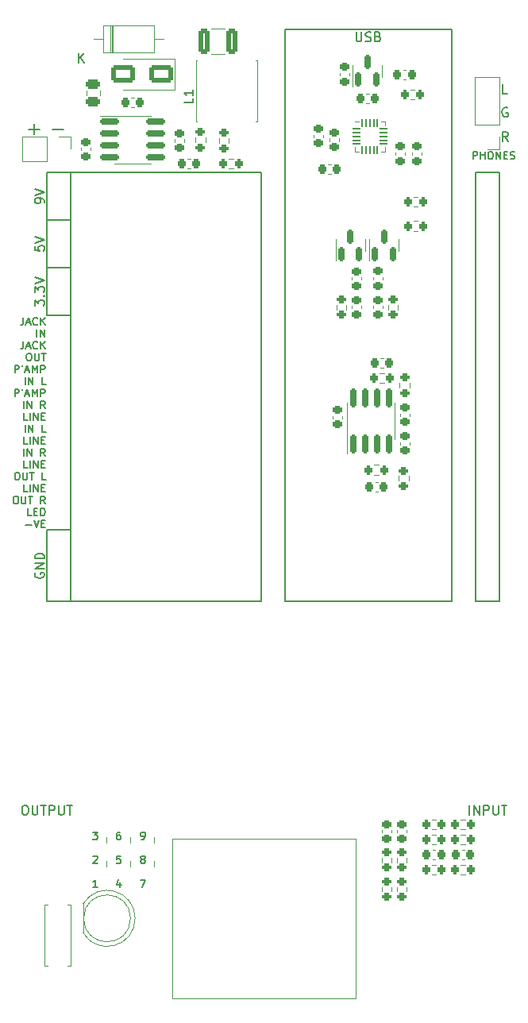
<source format=gbr>
%TF.GenerationSoftware,KiCad,Pcbnew,7.0.2*%
%TF.CreationDate,2025-02-17T11:53:52+00:00*%
%TF.ProjectId,stomp_00,73746f6d-705f-4303-902e-6b696361645f,rev?*%
%TF.SameCoordinates,Original*%
%TF.FileFunction,Legend,Top*%
%TF.FilePolarity,Positive*%
%FSLAX46Y46*%
G04 Gerber Fmt 4.6, Leading zero omitted, Abs format (unit mm)*
G04 Created by KiCad (PCBNEW 7.0.2) date 2025-02-17 11:53:52*
%MOMM*%
%LPD*%
G01*
G04 APERTURE LIST*
G04 Aperture macros list*
%AMRoundRect*
0 Rectangle with rounded corners*
0 $1 Rounding radius*
0 $2 $3 $4 $5 $6 $7 $8 $9 X,Y pos of 4 corners*
0 Add a 4 corners polygon primitive as box body*
4,1,4,$2,$3,$4,$5,$6,$7,$8,$9,$2,$3,0*
0 Add four circle primitives for the rounded corners*
1,1,$1+$1,$2,$3*
1,1,$1+$1,$4,$5*
1,1,$1+$1,$6,$7*
1,1,$1+$1,$8,$9*
0 Add four rect primitives between the rounded corners*
20,1,$1+$1,$2,$3,$4,$5,0*
20,1,$1+$1,$4,$5,$6,$7,0*
20,1,$1+$1,$6,$7,$8,$9,0*
20,1,$1+$1,$8,$9,$2,$3,0*%
G04 Aperture macros list end*
%ADD10C,0.150000*%
%ADD11C,0.120000*%
%ADD12R,5.700000X1.700000*%
%ADD13RoundRect,0.225000X-0.225000X-0.250000X0.225000X-0.250000X0.225000X0.250000X-0.225000X0.250000X0*%
%ADD14RoundRect,0.200000X0.200000X0.275000X-0.200000X0.275000X-0.200000X-0.275000X0.200000X-0.275000X0*%
%ADD15RoundRect,0.200000X-0.275000X0.200000X-0.275000X-0.200000X0.275000X-0.200000X0.275000X0.200000X0*%
%ADD16RoundRect,0.200000X0.275000X-0.200000X0.275000X0.200000X-0.275000X0.200000X-0.275000X-0.200000X0*%
%ADD17C,3.000000*%
%ADD18C,1.700000*%
%ADD19O,1.700000X1.700000*%
%ADD20RoundRect,0.225000X0.225000X0.250000X-0.225000X0.250000X-0.225000X-0.250000X0.225000X-0.250000X0*%
%ADD21RoundRect,0.250000X1.000000X0.650000X-1.000000X0.650000X-1.000000X-0.650000X1.000000X-0.650000X0*%
%ADD22C,1.600000*%
%ADD23O,1.600000X1.600000*%
%ADD24RoundRect,0.150000X0.150000X-0.825000X0.150000X0.825000X-0.150000X0.825000X-0.150000X-0.825000X0*%
%ADD25RoundRect,0.050000X-0.375000X-0.050000X0.375000X-0.050000X0.375000X0.050000X-0.375000X0.050000X0*%
%ADD26RoundRect,0.050000X-0.050000X-0.375000X0.050000X-0.375000X0.050000X0.375000X-0.050000X0.375000X0*%
%ADD27R,1.650000X1.650000*%
%ADD28RoundRect,0.200000X-0.200000X-0.275000X0.200000X-0.275000X0.200000X0.275000X-0.200000X0.275000X0*%
%ADD29RoundRect,0.218750X0.218750X0.256250X-0.218750X0.256250X-0.218750X-0.256250X0.218750X-0.256250X0*%
%ADD30RoundRect,0.150000X-0.825000X-0.150000X0.825000X-0.150000X0.825000X0.150000X-0.825000X0.150000X0*%
%ADD31R,1.700000X1.700000*%
%ADD32RoundRect,0.250000X0.475000X-0.250000X0.475000X0.250000X-0.475000X0.250000X-0.475000X-0.250000X0*%
%ADD33RoundRect,0.225000X-0.250000X0.225000X-0.250000X-0.225000X0.250000X-0.225000X0.250000X0.225000X0*%
%ADD34RoundRect,0.150000X0.150000X-0.587500X0.150000X0.587500X-0.150000X0.587500X-0.150000X-0.587500X0*%
%ADD35RoundRect,0.225000X0.250000X-0.225000X0.250000X0.225000X-0.250000X0.225000X-0.250000X-0.225000X0*%
%ADD36C,3.200000*%
%ADD37RoundRect,0.250000X0.325000X1.100000X-0.325000X1.100000X-0.325000X-1.100000X0.325000X-1.100000X0*%
%ADD38R,1.600000X1.600000*%
%ADD39R,2.200000X2.200000*%
%ADD40O,2.200000X2.200000*%
%ADD41R,1.800000X1.800000*%
%ADD42C,1.800000*%
%ADD43O,4.000000X2.800000*%
G04 APERTURE END LIST*
D10*
X3810000Y-54570000D02*
X6350000Y-54570000D01*
X6350000Y-62230000D01*
X3810000Y-62230000D01*
X3810000Y-54570000D01*
X49530000Y-16510000D02*
X52070000Y-16510000D01*
X52070000Y-62230000D01*
X49530000Y-62230000D01*
X49530000Y-16510000D01*
X3810000Y-16510000D02*
X6350000Y-16510000D01*
X6350000Y-21590000D01*
X3810000Y-21590000D01*
X3810000Y-16510000D01*
X3810000Y-26670000D02*
X6350000Y-26670000D01*
X6350000Y-31750000D01*
X3810000Y-31750000D01*
X3810000Y-26670000D01*
X3810000Y-21590000D02*
X6350000Y-21590000D01*
X6350000Y-26670000D01*
X3810000Y-26670000D01*
X3810000Y-21590000D01*
X6350000Y-16510000D02*
X26670000Y-16510000D01*
X26670000Y-62230000D01*
X6350000Y-62230000D01*
X6350000Y-16510000D01*
X52961904Y-9610238D02*
X52866666Y-9562619D01*
X52866666Y-9562619D02*
X52723809Y-9562619D01*
X52723809Y-9562619D02*
X52580952Y-9610238D01*
X52580952Y-9610238D02*
X52485714Y-9705476D01*
X52485714Y-9705476D02*
X52438095Y-9800714D01*
X52438095Y-9800714D02*
X52390476Y-9991190D01*
X52390476Y-9991190D02*
X52390476Y-10134047D01*
X52390476Y-10134047D02*
X52438095Y-10324523D01*
X52438095Y-10324523D02*
X52485714Y-10419761D01*
X52485714Y-10419761D02*
X52580952Y-10515000D01*
X52580952Y-10515000D02*
X52723809Y-10562619D01*
X52723809Y-10562619D02*
X52819047Y-10562619D01*
X52819047Y-10562619D02*
X52961904Y-10515000D01*
X52961904Y-10515000D02*
X53009523Y-10467380D01*
X53009523Y-10467380D02*
X53009523Y-10134047D01*
X53009523Y-10134047D02*
X52819047Y-10134047D01*
X419524Y-40362095D02*
X419524Y-39562095D01*
X419524Y-39562095D02*
X724286Y-39562095D01*
X724286Y-39562095D02*
X800476Y-39600190D01*
X800476Y-39600190D02*
X838571Y-39638285D01*
X838571Y-39638285D02*
X876667Y-39714476D01*
X876667Y-39714476D02*
X876667Y-39828761D01*
X876667Y-39828761D02*
X838571Y-39904952D01*
X838571Y-39904952D02*
X800476Y-39943047D01*
X800476Y-39943047D02*
X724286Y-39981142D01*
X724286Y-39981142D02*
X419524Y-39981142D01*
X1257619Y-39562095D02*
X1181428Y-39714476D01*
X1562380Y-40133523D02*
X1943333Y-40133523D01*
X1486190Y-40362095D02*
X1752857Y-39562095D01*
X1752857Y-39562095D02*
X2019523Y-40362095D01*
X2286190Y-40362095D02*
X2286190Y-39562095D01*
X2286190Y-39562095D02*
X2552856Y-40133523D01*
X2552856Y-40133523D02*
X2819523Y-39562095D01*
X2819523Y-39562095D02*
X2819523Y-40362095D01*
X3200476Y-40362095D02*
X3200476Y-39562095D01*
X3200476Y-39562095D02*
X3505238Y-39562095D01*
X3505238Y-39562095D02*
X3581428Y-39600190D01*
X3581428Y-39600190D02*
X3619523Y-39638285D01*
X3619523Y-39638285D02*
X3657619Y-39714476D01*
X3657619Y-39714476D02*
X3657619Y-39828761D01*
X3657619Y-39828761D02*
X3619523Y-39904952D01*
X3619523Y-39904952D02*
X3581428Y-39943047D01*
X3581428Y-39943047D02*
X3505238Y-39981142D01*
X3505238Y-39981142D02*
X3200476Y-39981142D01*
X1371905Y-41658095D02*
X1371905Y-40858095D01*
X1752857Y-41658095D02*
X1752857Y-40858095D01*
X1752857Y-40858095D02*
X2210000Y-41658095D01*
X2210000Y-41658095D02*
X2210000Y-40858095D01*
X3657619Y-41658095D02*
X3390952Y-41277142D01*
X3200476Y-41658095D02*
X3200476Y-40858095D01*
X3200476Y-40858095D02*
X3505238Y-40858095D01*
X3505238Y-40858095D02*
X3581428Y-40896190D01*
X3581428Y-40896190D02*
X3619523Y-40934285D01*
X3619523Y-40934285D02*
X3657619Y-41010476D01*
X3657619Y-41010476D02*
X3657619Y-41124761D01*
X3657619Y-41124761D02*
X3619523Y-41200952D01*
X3619523Y-41200952D02*
X3581428Y-41239047D01*
X3581428Y-41239047D02*
X3505238Y-41277142D01*
X3505238Y-41277142D02*
X3200476Y-41277142D01*
X49290476Y-15070095D02*
X49290476Y-14270095D01*
X49290476Y-14270095D02*
X49595238Y-14270095D01*
X49595238Y-14270095D02*
X49671428Y-14308190D01*
X49671428Y-14308190D02*
X49709523Y-14346285D01*
X49709523Y-14346285D02*
X49747619Y-14422476D01*
X49747619Y-14422476D02*
X49747619Y-14536761D01*
X49747619Y-14536761D02*
X49709523Y-14612952D01*
X49709523Y-14612952D02*
X49671428Y-14651047D01*
X49671428Y-14651047D02*
X49595238Y-14689142D01*
X49595238Y-14689142D02*
X49290476Y-14689142D01*
X50090476Y-15070095D02*
X50090476Y-14270095D01*
X50090476Y-14651047D02*
X50547619Y-14651047D01*
X50547619Y-15070095D02*
X50547619Y-14270095D01*
X51080952Y-14270095D02*
X51233333Y-14270095D01*
X51233333Y-14270095D02*
X51309523Y-14308190D01*
X51309523Y-14308190D02*
X51385714Y-14384380D01*
X51385714Y-14384380D02*
X51423809Y-14536761D01*
X51423809Y-14536761D02*
X51423809Y-14803428D01*
X51423809Y-14803428D02*
X51385714Y-14955809D01*
X51385714Y-14955809D02*
X51309523Y-15032000D01*
X51309523Y-15032000D02*
X51233333Y-15070095D01*
X51233333Y-15070095D02*
X51080952Y-15070095D01*
X51080952Y-15070095D02*
X51004761Y-15032000D01*
X51004761Y-15032000D02*
X50928571Y-14955809D01*
X50928571Y-14955809D02*
X50890475Y-14803428D01*
X50890475Y-14803428D02*
X50890475Y-14536761D01*
X50890475Y-14536761D02*
X50928571Y-14384380D01*
X50928571Y-14384380D02*
X51004761Y-14308190D01*
X51004761Y-14308190D02*
X51080952Y-14270095D01*
X51766666Y-15070095D02*
X51766666Y-14270095D01*
X51766666Y-14270095D02*
X52223809Y-15070095D01*
X52223809Y-15070095D02*
X52223809Y-14270095D01*
X52604761Y-14651047D02*
X52871427Y-14651047D01*
X52985713Y-15070095D02*
X52604761Y-15070095D01*
X52604761Y-15070095D02*
X52604761Y-14270095D01*
X52604761Y-14270095D02*
X52985713Y-14270095D01*
X53290475Y-15032000D02*
X53404761Y-15070095D01*
X53404761Y-15070095D02*
X53595237Y-15070095D01*
X53595237Y-15070095D02*
X53671428Y-15032000D01*
X53671428Y-15032000D02*
X53709523Y-14993904D01*
X53709523Y-14993904D02*
X53747618Y-14917714D01*
X53747618Y-14917714D02*
X53747618Y-14841523D01*
X53747618Y-14841523D02*
X53709523Y-14765333D01*
X53709523Y-14765333D02*
X53671428Y-14727238D01*
X53671428Y-14727238D02*
X53595237Y-14689142D01*
X53595237Y-14689142D02*
X53442856Y-14651047D01*
X53442856Y-14651047D02*
X53366666Y-14612952D01*
X53366666Y-14612952D02*
X53328571Y-14574857D01*
X53328571Y-14574857D02*
X53290475Y-14498666D01*
X53290475Y-14498666D02*
X53290475Y-14422476D01*
X53290475Y-14422476D02*
X53328571Y-14346285D01*
X53328571Y-14346285D02*
X53366666Y-14308190D01*
X53366666Y-14308190D02*
X53442856Y-14270095D01*
X53442856Y-14270095D02*
X53633333Y-14270095D01*
X53633333Y-14270095D02*
X53747618Y-14308190D01*
X2567619Y-30696189D02*
X2567619Y-30077142D01*
X2567619Y-30077142D02*
X2948571Y-30410475D01*
X2948571Y-30410475D02*
X2948571Y-30267618D01*
X2948571Y-30267618D02*
X2996190Y-30172380D01*
X2996190Y-30172380D02*
X3043809Y-30124761D01*
X3043809Y-30124761D02*
X3139047Y-30077142D01*
X3139047Y-30077142D02*
X3377142Y-30077142D01*
X3377142Y-30077142D02*
X3472380Y-30124761D01*
X3472380Y-30124761D02*
X3520000Y-30172380D01*
X3520000Y-30172380D02*
X3567619Y-30267618D01*
X3567619Y-30267618D02*
X3567619Y-30553332D01*
X3567619Y-30553332D02*
X3520000Y-30648570D01*
X3520000Y-30648570D02*
X3472380Y-30696189D01*
X3472380Y-29648570D02*
X3520000Y-29600951D01*
X3520000Y-29600951D02*
X3567619Y-29648570D01*
X3567619Y-29648570D02*
X3520000Y-29696189D01*
X3520000Y-29696189D02*
X3472380Y-29648570D01*
X3472380Y-29648570D02*
X3567619Y-29648570D01*
X2567619Y-29267618D02*
X2567619Y-28648571D01*
X2567619Y-28648571D02*
X2948571Y-28981904D01*
X2948571Y-28981904D02*
X2948571Y-28839047D01*
X2948571Y-28839047D02*
X2996190Y-28743809D01*
X2996190Y-28743809D02*
X3043809Y-28696190D01*
X3043809Y-28696190D02*
X3139047Y-28648571D01*
X3139047Y-28648571D02*
X3377142Y-28648571D01*
X3377142Y-28648571D02*
X3472380Y-28696190D01*
X3472380Y-28696190D02*
X3520000Y-28743809D01*
X3520000Y-28743809D02*
X3567619Y-28839047D01*
X3567619Y-28839047D02*
X3567619Y-29124761D01*
X3567619Y-29124761D02*
X3520000Y-29219999D01*
X3520000Y-29219999D02*
X3472380Y-29267618D01*
X2567619Y-28362856D02*
X3567619Y-28029523D01*
X3567619Y-28029523D02*
X2567619Y-27696190D01*
X53009523Y-13162619D02*
X52676190Y-12686428D01*
X52438095Y-13162619D02*
X52438095Y-12162619D01*
X52438095Y-12162619D02*
X52819047Y-12162619D01*
X52819047Y-12162619D02*
X52914285Y-12210238D01*
X52914285Y-12210238D02*
X52961904Y-12257857D01*
X52961904Y-12257857D02*
X53009523Y-12353095D01*
X53009523Y-12353095D02*
X53009523Y-12495952D01*
X53009523Y-12495952D02*
X52961904Y-12591190D01*
X52961904Y-12591190D02*
X52914285Y-12638809D01*
X52914285Y-12638809D02*
X52819047Y-12686428D01*
X52819047Y-12686428D02*
X52438095Y-12686428D01*
X1790952Y-50522095D02*
X1410000Y-50522095D01*
X1410000Y-50522095D02*
X1410000Y-49722095D01*
X2057619Y-50522095D02*
X2057619Y-49722095D01*
X2438571Y-50522095D02*
X2438571Y-49722095D01*
X2438571Y-49722095D02*
X2895714Y-50522095D01*
X2895714Y-50522095D02*
X2895714Y-49722095D01*
X3276666Y-50103047D02*
X3543332Y-50103047D01*
X3657618Y-50522095D02*
X3276666Y-50522095D01*
X3276666Y-50522095D02*
X3276666Y-49722095D01*
X3276666Y-49722095D02*
X3657618Y-49722095D01*
X457619Y-51018095D02*
X610000Y-51018095D01*
X610000Y-51018095D02*
X686190Y-51056190D01*
X686190Y-51056190D02*
X762381Y-51132380D01*
X762381Y-51132380D02*
X800476Y-51284761D01*
X800476Y-51284761D02*
X800476Y-51551428D01*
X800476Y-51551428D02*
X762381Y-51703809D01*
X762381Y-51703809D02*
X686190Y-51780000D01*
X686190Y-51780000D02*
X610000Y-51818095D01*
X610000Y-51818095D02*
X457619Y-51818095D01*
X457619Y-51818095D02*
X381428Y-51780000D01*
X381428Y-51780000D02*
X305238Y-51703809D01*
X305238Y-51703809D02*
X267142Y-51551428D01*
X267142Y-51551428D02*
X267142Y-51284761D01*
X267142Y-51284761D02*
X305238Y-51132380D01*
X305238Y-51132380D02*
X381428Y-51056190D01*
X381428Y-51056190D02*
X457619Y-51018095D01*
X1143333Y-51018095D02*
X1143333Y-51665714D01*
X1143333Y-51665714D02*
X1181428Y-51741904D01*
X1181428Y-51741904D02*
X1219523Y-51780000D01*
X1219523Y-51780000D02*
X1295714Y-51818095D01*
X1295714Y-51818095D02*
X1448095Y-51818095D01*
X1448095Y-51818095D02*
X1524285Y-51780000D01*
X1524285Y-51780000D02*
X1562380Y-51741904D01*
X1562380Y-51741904D02*
X1600476Y-51665714D01*
X1600476Y-51665714D02*
X1600476Y-51018095D01*
X1867142Y-51018095D02*
X2324285Y-51018095D01*
X2095713Y-51818095D02*
X2095713Y-51018095D01*
X3657619Y-51818095D02*
X3390952Y-51437142D01*
X3200476Y-51818095D02*
X3200476Y-51018095D01*
X3200476Y-51018095D02*
X3505238Y-51018095D01*
X3505238Y-51018095D02*
X3581428Y-51056190D01*
X3581428Y-51056190D02*
X3619523Y-51094285D01*
X3619523Y-51094285D02*
X3657619Y-51170476D01*
X3657619Y-51170476D02*
X3657619Y-51284761D01*
X3657619Y-51284761D02*
X3619523Y-51360952D01*
X3619523Y-51360952D02*
X3581428Y-51399047D01*
X3581428Y-51399047D02*
X3505238Y-51437142D01*
X3505238Y-51437142D02*
X3200476Y-51437142D01*
X1790952Y-47982095D02*
X1410000Y-47982095D01*
X1410000Y-47982095D02*
X1410000Y-47182095D01*
X2057619Y-47982095D02*
X2057619Y-47182095D01*
X2438571Y-47982095D02*
X2438571Y-47182095D01*
X2438571Y-47182095D02*
X2895714Y-47982095D01*
X2895714Y-47982095D02*
X2895714Y-47182095D01*
X3276666Y-47563047D02*
X3543332Y-47563047D01*
X3657618Y-47982095D02*
X3276666Y-47982095D01*
X3276666Y-47982095D02*
X3276666Y-47182095D01*
X3276666Y-47182095D02*
X3657618Y-47182095D01*
X610000Y-48478095D02*
X762381Y-48478095D01*
X762381Y-48478095D02*
X838571Y-48516190D01*
X838571Y-48516190D02*
X914762Y-48592380D01*
X914762Y-48592380D02*
X952857Y-48744761D01*
X952857Y-48744761D02*
X952857Y-49011428D01*
X952857Y-49011428D02*
X914762Y-49163809D01*
X914762Y-49163809D02*
X838571Y-49240000D01*
X838571Y-49240000D02*
X762381Y-49278095D01*
X762381Y-49278095D02*
X610000Y-49278095D01*
X610000Y-49278095D02*
X533809Y-49240000D01*
X533809Y-49240000D02*
X457619Y-49163809D01*
X457619Y-49163809D02*
X419523Y-49011428D01*
X419523Y-49011428D02*
X419523Y-48744761D01*
X419523Y-48744761D02*
X457619Y-48592380D01*
X457619Y-48592380D02*
X533809Y-48516190D01*
X533809Y-48516190D02*
X610000Y-48478095D01*
X1295714Y-48478095D02*
X1295714Y-49125714D01*
X1295714Y-49125714D02*
X1333809Y-49201904D01*
X1333809Y-49201904D02*
X1371904Y-49240000D01*
X1371904Y-49240000D02*
X1448095Y-49278095D01*
X1448095Y-49278095D02*
X1600476Y-49278095D01*
X1600476Y-49278095D02*
X1676666Y-49240000D01*
X1676666Y-49240000D02*
X1714761Y-49201904D01*
X1714761Y-49201904D02*
X1752857Y-49125714D01*
X1752857Y-49125714D02*
X1752857Y-48478095D01*
X2019523Y-48478095D02*
X2476666Y-48478095D01*
X2248094Y-49278095D02*
X2248094Y-48478095D01*
X3733809Y-49278095D02*
X3352857Y-49278095D01*
X3352857Y-49278095D02*
X3352857Y-48478095D01*
X3567619Y-19679047D02*
X3567619Y-19488571D01*
X3567619Y-19488571D02*
X3520000Y-19393333D01*
X3520000Y-19393333D02*
X3472380Y-19345714D01*
X3472380Y-19345714D02*
X3329523Y-19250476D01*
X3329523Y-19250476D02*
X3139047Y-19202857D01*
X3139047Y-19202857D02*
X2758095Y-19202857D01*
X2758095Y-19202857D02*
X2662857Y-19250476D01*
X2662857Y-19250476D02*
X2615238Y-19298095D01*
X2615238Y-19298095D02*
X2567619Y-19393333D01*
X2567619Y-19393333D02*
X2567619Y-19583809D01*
X2567619Y-19583809D02*
X2615238Y-19679047D01*
X2615238Y-19679047D02*
X2662857Y-19726666D01*
X2662857Y-19726666D02*
X2758095Y-19774285D01*
X2758095Y-19774285D02*
X2996190Y-19774285D01*
X2996190Y-19774285D02*
X3091428Y-19726666D01*
X3091428Y-19726666D02*
X3139047Y-19679047D01*
X3139047Y-19679047D02*
X3186666Y-19583809D01*
X3186666Y-19583809D02*
X3186666Y-19393333D01*
X3186666Y-19393333D02*
X3139047Y-19298095D01*
X3139047Y-19298095D02*
X3091428Y-19250476D01*
X3091428Y-19250476D02*
X2996190Y-19202857D01*
X2567619Y-18917142D02*
X3567619Y-18583809D01*
X3567619Y-18583809D02*
X2567619Y-18250476D01*
X2567619Y-24330476D02*
X2567619Y-24806666D01*
X2567619Y-24806666D02*
X3043809Y-24854285D01*
X3043809Y-24854285D02*
X2996190Y-24806666D01*
X2996190Y-24806666D02*
X2948571Y-24711428D01*
X2948571Y-24711428D02*
X2948571Y-24473333D01*
X2948571Y-24473333D02*
X2996190Y-24378095D01*
X2996190Y-24378095D02*
X3043809Y-24330476D01*
X3043809Y-24330476D02*
X3139047Y-24282857D01*
X3139047Y-24282857D02*
X3377142Y-24282857D01*
X3377142Y-24282857D02*
X3472380Y-24330476D01*
X3472380Y-24330476D02*
X3520000Y-24378095D01*
X3520000Y-24378095D02*
X3567619Y-24473333D01*
X3567619Y-24473333D02*
X3567619Y-24711428D01*
X3567619Y-24711428D02*
X3520000Y-24806666D01*
X3520000Y-24806666D02*
X3472380Y-24854285D01*
X2567619Y-23997142D02*
X3567619Y-23663809D01*
X3567619Y-23663809D02*
X2567619Y-23330476D01*
X1790952Y-42902095D02*
X1410000Y-42902095D01*
X1410000Y-42902095D02*
X1410000Y-42102095D01*
X2057619Y-42902095D02*
X2057619Y-42102095D01*
X2438571Y-42902095D02*
X2438571Y-42102095D01*
X2438571Y-42102095D02*
X2895714Y-42902095D01*
X2895714Y-42902095D02*
X2895714Y-42102095D01*
X3276666Y-42483047D02*
X3543332Y-42483047D01*
X3657618Y-42902095D02*
X3276666Y-42902095D01*
X3276666Y-42902095D02*
X3276666Y-42102095D01*
X3276666Y-42102095D02*
X3657618Y-42102095D01*
X1524286Y-44198095D02*
X1524286Y-43398095D01*
X1905238Y-44198095D02*
X1905238Y-43398095D01*
X1905238Y-43398095D02*
X2362381Y-44198095D01*
X2362381Y-44198095D02*
X2362381Y-43398095D01*
X3733809Y-44198095D02*
X3352857Y-44198095D01*
X3352857Y-44198095D02*
X3352857Y-43398095D01*
X4478571Y-11885000D02*
X5621429Y-11885000D01*
X1428571Y-83962619D02*
X1619047Y-83962619D01*
X1619047Y-83962619D02*
X1714285Y-84010238D01*
X1714285Y-84010238D02*
X1809523Y-84105476D01*
X1809523Y-84105476D02*
X1857142Y-84295952D01*
X1857142Y-84295952D02*
X1857142Y-84629285D01*
X1857142Y-84629285D02*
X1809523Y-84819761D01*
X1809523Y-84819761D02*
X1714285Y-84915000D01*
X1714285Y-84915000D02*
X1619047Y-84962619D01*
X1619047Y-84962619D02*
X1428571Y-84962619D01*
X1428571Y-84962619D02*
X1333333Y-84915000D01*
X1333333Y-84915000D02*
X1238095Y-84819761D01*
X1238095Y-84819761D02*
X1190476Y-84629285D01*
X1190476Y-84629285D02*
X1190476Y-84295952D01*
X1190476Y-84295952D02*
X1238095Y-84105476D01*
X1238095Y-84105476D02*
X1333333Y-84010238D01*
X1333333Y-84010238D02*
X1428571Y-83962619D01*
X2285714Y-83962619D02*
X2285714Y-84772142D01*
X2285714Y-84772142D02*
X2333333Y-84867380D01*
X2333333Y-84867380D02*
X2380952Y-84915000D01*
X2380952Y-84915000D02*
X2476190Y-84962619D01*
X2476190Y-84962619D02*
X2666666Y-84962619D01*
X2666666Y-84962619D02*
X2761904Y-84915000D01*
X2761904Y-84915000D02*
X2809523Y-84867380D01*
X2809523Y-84867380D02*
X2857142Y-84772142D01*
X2857142Y-84772142D02*
X2857142Y-83962619D01*
X3190476Y-83962619D02*
X3761904Y-83962619D01*
X3476190Y-84962619D02*
X3476190Y-83962619D01*
X4095238Y-84962619D02*
X4095238Y-83962619D01*
X4095238Y-83962619D02*
X4476190Y-83962619D01*
X4476190Y-83962619D02*
X4571428Y-84010238D01*
X4571428Y-84010238D02*
X4619047Y-84057857D01*
X4619047Y-84057857D02*
X4666666Y-84153095D01*
X4666666Y-84153095D02*
X4666666Y-84295952D01*
X4666666Y-84295952D02*
X4619047Y-84391190D01*
X4619047Y-84391190D02*
X4571428Y-84438809D01*
X4571428Y-84438809D02*
X4476190Y-84486428D01*
X4476190Y-84486428D02*
X4095238Y-84486428D01*
X5095238Y-83962619D02*
X5095238Y-84772142D01*
X5095238Y-84772142D02*
X5142857Y-84867380D01*
X5142857Y-84867380D02*
X5190476Y-84915000D01*
X5190476Y-84915000D02*
X5285714Y-84962619D01*
X5285714Y-84962619D02*
X5476190Y-84962619D01*
X5476190Y-84962619D02*
X5571428Y-84915000D01*
X5571428Y-84915000D02*
X5619047Y-84867380D01*
X5619047Y-84867380D02*
X5666666Y-84772142D01*
X5666666Y-84772142D02*
X5666666Y-83962619D01*
X6000000Y-83962619D02*
X6571428Y-83962619D01*
X6285714Y-84962619D02*
X6285714Y-83962619D01*
X1790952Y-45442095D02*
X1410000Y-45442095D01*
X1410000Y-45442095D02*
X1410000Y-44642095D01*
X2057619Y-45442095D02*
X2057619Y-44642095D01*
X2438571Y-45442095D02*
X2438571Y-44642095D01*
X2438571Y-44642095D02*
X2895714Y-45442095D01*
X2895714Y-45442095D02*
X2895714Y-44642095D01*
X3276666Y-45023047D02*
X3543332Y-45023047D01*
X3657618Y-45442095D02*
X3276666Y-45442095D01*
X3276666Y-45442095D02*
X3276666Y-44642095D01*
X3276666Y-44642095D02*
X3657618Y-44642095D01*
X1371905Y-46738095D02*
X1371905Y-45938095D01*
X1752857Y-46738095D02*
X1752857Y-45938095D01*
X1752857Y-45938095D02*
X2210000Y-46738095D01*
X2210000Y-46738095D02*
X2210000Y-45938095D01*
X3657619Y-46738095D02*
X3390952Y-46357142D01*
X3200476Y-46738095D02*
X3200476Y-45938095D01*
X3200476Y-45938095D02*
X3505238Y-45938095D01*
X3505238Y-45938095D02*
X3581428Y-45976190D01*
X3581428Y-45976190D02*
X3619523Y-46014285D01*
X3619523Y-46014285D02*
X3657619Y-46090476D01*
X3657619Y-46090476D02*
X3657619Y-46204761D01*
X3657619Y-46204761D02*
X3619523Y-46280952D01*
X3619523Y-46280952D02*
X3581428Y-46319047D01*
X3581428Y-46319047D02*
X3505238Y-46357142D01*
X3505238Y-46357142D02*
X3200476Y-46357142D01*
X48904762Y-84962619D02*
X48904762Y-83962619D01*
X49380952Y-84962619D02*
X49380952Y-83962619D01*
X49380952Y-83962619D02*
X49952380Y-84962619D01*
X49952380Y-84962619D02*
X49952380Y-83962619D01*
X50428571Y-84962619D02*
X50428571Y-83962619D01*
X50428571Y-83962619D02*
X50809523Y-83962619D01*
X50809523Y-83962619D02*
X50904761Y-84010238D01*
X50904761Y-84010238D02*
X50952380Y-84057857D01*
X50952380Y-84057857D02*
X50999999Y-84153095D01*
X50999999Y-84153095D02*
X50999999Y-84295952D01*
X50999999Y-84295952D02*
X50952380Y-84391190D01*
X50952380Y-84391190D02*
X50904761Y-84438809D01*
X50904761Y-84438809D02*
X50809523Y-84486428D01*
X50809523Y-84486428D02*
X50428571Y-84486428D01*
X51428571Y-83962619D02*
X51428571Y-84772142D01*
X51428571Y-84772142D02*
X51476190Y-84867380D01*
X51476190Y-84867380D02*
X51523809Y-84915000D01*
X51523809Y-84915000D02*
X51619047Y-84962619D01*
X51619047Y-84962619D02*
X51809523Y-84962619D01*
X51809523Y-84962619D02*
X51904761Y-84915000D01*
X51904761Y-84915000D02*
X51952380Y-84867380D01*
X51952380Y-84867380D02*
X51999999Y-84772142D01*
X51999999Y-84772142D02*
X51999999Y-83962619D01*
X52333333Y-83962619D02*
X52904761Y-83962619D01*
X52619047Y-84962619D02*
X52619047Y-83962619D01*
X52914285Y-8082619D02*
X52438095Y-8082619D01*
X52438095Y-8082619D02*
X52438095Y-7082619D01*
X1938571Y-11885000D02*
X3081429Y-11885000D01*
X2510000Y-12456428D02*
X2510000Y-11313571D01*
X1333809Y-31942095D02*
X1333809Y-32513523D01*
X1333809Y-32513523D02*
X1295714Y-32627809D01*
X1295714Y-32627809D02*
X1219523Y-32704000D01*
X1219523Y-32704000D02*
X1105238Y-32742095D01*
X1105238Y-32742095D02*
X1029047Y-32742095D01*
X1676666Y-32513523D02*
X2057619Y-32513523D01*
X1600476Y-32742095D02*
X1867143Y-31942095D01*
X1867143Y-31942095D02*
X2133809Y-32742095D01*
X2857619Y-32665904D02*
X2819523Y-32704000D01*
X2819523Y-32704000D02*
X2705238Y-32742095D01*
X2705238Y-32742095D02*
X2629047Y-32742095D01*
X2629047Y-32742095D02*
X2514761Y-32704000D01*
X2514761Y-32704000D02*
X2438571Y-32627809D01*
X2438571Y-32627809D02*
X2400476Y-32551619D01*
X2400476Y-32551619D02*
X2362380Y-32399238D01*
X2362380Y-32399238D02*
X2362380Y-32284952D01*
X2362380Y-32284952D02*
X2400476Y-32132571D01*
X2400476Y-32132571D02*
X2438571Y-32056380D01*
X2438571Y-32056380D02*
X2514761Y-31980190D01*
X2514761Y-31980190D02*
X2629047Y-31942095D01*
X2629047Y-31942095D02*
X2705238Y-31942095D01*
X2705238Y-31942095D02*
X2819523Y-31980190D01*
X2819523Y-31980190D02*
X2857619Y-32018285D01*
X3200476Y-32742095D02*
X3200476Y-31942095D01*
X3657619Y-32742095D02*
X3314761Y-32284952D01*
X3657619Y-31942095D02*
X3200476Y-32399238D01*
X2781429Y-34038095D02*
X2781429Y-33238095D01*
X3162381Y-34038095D02*
X3162381Y-33238095D01*
X3162381Y-33238095D02*
X3619524Y-34038095D01*
X3619524Y-34038095D02*
X3619524Y-33238095D01*
X419524Y-37822095D02*
X419524Y-37022095D01*
X419524Y-37022095D02*
X724286Y-37022095D01*
X724286Y-37022095D02*
X800476Y-37060190D01*
X800476Y-37060190D02*
X838571Y-37098285D01*
X838571Y-37098285D02*
X876667Y-37174476D01*
X876667Y-37174476D02*
X876667Y-37288761D01*
X876667Y-37288761D02*
X838571Y-37364952D01*
X838571Y-37364952D02*
X800476Y-37403047D01*
X800476Y-37403047D02*
X724286Y-37441142D01*
X724286Y-37441142D02*
X419524Y-37441142D01*
X1257619Y-37022095D02*
X1181428Y-37174476D01*
X1562380Y-37593523D02*
X1943333Y-37593523D01*
X1486190Y-37822095D02*
X1752857Y-37022095D01*
X1752857Y-37022095D02*
X2019523Y-37822095D01*
X2286190Y-37822095D02*
X2286190Y-37022095D01*
X2286190Y-37022095D02*
X2552856Y-37593523D01*
X2552856Y-37593523D02*
X2819523Y-37022095D01*
X2819523Y-37022095D02*
X2819523Y-37822095D01*
X3200476Y-37822095D02*
X3200476Y-37022095D01*
X3200476Y-37022095D02*
X3505238Y-37022095D01*
X3505238Y-37022095D02*
X3581428Y-37060190D01*
X3581428Y-37060190D02*
X3619523Y-37098285D01*
X3619523Y-37098285D02*
X3657619Y-37174476D01*
X3657619Y-37174476D02*
X3657619Y-37288761D01*
X3657619Y-37288761D02*
X3619523Y-37364952D01*
X3619523Y-37364952D02*
X3581428Y-37403047D01*
X3581428Y-37403047D02*
X3505238Y-37441142D01*
X3505238Y-37441142D02*
X3200476Y-37441142D01*
X1524286Y-39118095D02*
X1524286Y-38318095D01*
X1905238Y-39118095D02*
X1905238Y-38318095D01*
X1905238Y-38318095D02*
X2362381Y-39118095D01*
X2362381Y-39118095D02*
X2362381Y-38318095D01*
X3733809Y-39118095D02*
X3352857Y-39118095D01*
X3352857Y-39118095D02*
X3352857Y-38318095D01*
X2209999Y-53062095D02*
X1829047Y-53062095D01*
X1829047Y-53062095D02*
X1829047Y-52262095D01*
X2476666Y-52643047D02*
X2743332Y-52643047D01*
X2857618Y-53062095D02*
X2476666Y-53062095D01*
X2476666Y-53062095D02*
X2476666Y-52262095D01*
X2476666Y-52262095D02*
X2857618Y-52262095D01*
X3200476Y-53062095D02*
X3200476Y-52262095D01*
X3200476Y-52262095D02*
X3390952Y-52262095D01*
X3390952Y-52262095D02*
X3505238Y-52300190D01*
X3505238Y-52300190D02*
X3581428Y-52376380D01*
X3581428Y-52376380D02*
X3619523Y-52452571D01*
X3619523Y-52452571D02*
X3657619Y-52604952D01*
X3657619Y-52604952D02*
X3657619Y-52719238D01*
X3657619Y-52719238D02*
X3619523Y-52871619D01*
X3619523Y-52871619D02*
X3581428Y-52947809D01*
X3581428Y-52947809D02*
X3505238Y-53024000D01*
X3505238Y-53024000D02*
X3390952Y-53062095D01*
X3390952Y-53062095D02*
X3200476Y-53062095D01*
X1600476Y-54053333D02*
X2210000Y-54053333D01*
X2476666Y-53558095D02*
X2743333Y-54358095D01*
X2743333Y-54358095D02*
X3009999Y-53558095D01*
X3276666Y-53939047D02*
X3543332Y-53939047D01*
X3657618Y-54358095D02*
X3276666Y-54358095D01*
X3276666Y-54358095D02*
X3276666Y-53558095D01*
X3276666Y-53558095D02*
X3657618Y-53558095D01*
X1333809Y-34482095D02*
X1333809Y-35053523D01*
X1333809Y-35053523D02*
X1295714Y-35167809D01*
X1295714Y-35167809D02*
X1219523Y-35244000D01*
X1219523Y-35244000D02*
X1105238Y-35282095D01*
X1105238Y-35282095D02*
X1029047Y-35282095D01*
X1676666Y-35053523D02*
X2057619Y-35053523D01*
X1600476Y-35282095D02*
X1867143Y-34482095D01*
X1867143Y-34482095D02*
X2133809Y-35282095D01*
X2857619Y-35205904D02*
X2819523Y-35244000D01*
X2819523Y-35244000D02*
X2705238Y-35282095D01*
X2705238Y-35282095D02*
X2629047Y-35282095D01*
X2629047Y-35282095D02*
X2514761Y-35244000D01*
X2514761Y-35244000D02*
X2438571Y-35167809D01*
X2438571Y-35167809D02*
X2400476Y-35091619D01*
X2400476Y-35091619D02*
X2362380Y-34939238D01*
X2362380Y-34939238D02*
X2362380Y-34824952D01*
X2362380Y-34824952D02*
X2400476Y-34672571D01*
X2400476Y-34672571D02*
X2438571Y-34596380D01*
X2438571Y-34596380D02*
X2514761Y-34520190D01*
X2514761Y-34520190D02*
X2629047Y-34482095D01*
X2629047Y-34482095D02*
X2705238Y-34482095D01*
X2705238Y-34482095D02*
X2819523Y-34520190D01*
X2819523Y-34520190D02*
X2857619Y-34558285D01*
X3200476Y-35282095D02*
X3200476Y-34482095D01*
X3657619Y-35282095D02*
X3314761Y-34824952D01*
X3657619Y-34482095D02*
X3200476Y-34939238D01*
X1867143Y-35778095D02*
X2019524Y-35778095D01*
X2019524Y-35778095D02*
X2095714Y-35816190D01*
X2095714Y-35816190D02*
X2171905Y-35892380D01*
X2171905Y-35892380D02*
X2210000Y-36044761D01*
X2210000Y-36044761D02*
X2210000Y-36311428D01*
X2210000Y-36311428D02*
X2171905Y-36463809D01*
X2171905Y-36463809D02*
X2095714Y-36540000D01*
X2095714Y-36540000D02*
X2019524Y-36578095D01*
X2019524Y-36578095D02*
X1867143Y-36578095D01*
X1867143Y-36578095D02*
X1790952Y-36540000D01*
X1790952Y-36540000D02*
X1714762Y-36463809D01*
X1714762Y-36463809D02*
X1676666Y-36311428D01*
X1676666Y-36311428D02*
X1676666Y-36044761D01*
X1676666Y-36044761D02*
X1714762Y-35892380D01*
X1714762Y-35892380D02*
X1790952Y-35816190D01*
X1790952Y-35816190D02*
X1867143Y-35778095D01*
X2552857Y-35778095D02*
X2552857Y-36425714D01*
X2552857Y-36425714D02*
X2590952Y-36501904D01*
X2590952Y-36501904D02*
X2629047Y-36540000D01*
X2629047Y-36540000D02*
X2705238Y-36578095D01*
X2705238Y-36578095D02*
X2857619Y-36578095D01*
X2857619Y-36578095D02*
X2933809Y-36540000D01*
X2933809Y-36540000D02*
X2971904Y-36501904D01*
X2971904Y-36501904D02*
X3010000Y-36425714D01*
X3010000Y-36425714D02*
X3010000Y-35778095D01*
X3276666Y-35778095D02*
X3733809Y-35778095D01*
X3505237Y-36578095D02*
X3505237Y-35778095D01*
X2615238Y-59171904D02*
X2567619Y-59267142D01*
X2567619Y-59267142D02*
X2567619Y-59409999D01*
X2567619Y-59409999D02*
X2615238Y-59552856D01*
X2615238Y-59552856D02*
X2710476Y-59648094D01*
X2710476Y-59648094D02*
X2805714Y-59695713D01*
X2805714Y-59695713D02*
X2996190Y-59743332D01*
X2996190Y-59743332D02*
X3139047Y-59743332D01*
X3139047Y-59743332D02*
X3329523Y-59695713D01*
X3329523Y-59695713D02*
X3424761Y-59648094D01*
X3424761Y-59648094D02*
X3520000Y-59552856D01*
X3520000Y-59552856D02*
X3567619Y-59409999D01*
X3567619Y-59409999D02*
X3567619Y-59314761D01*
X3567619Y-59314761D02*
X3520000Y-59171904D01*
X3520000Y-59171904D02*
X3472380Y-59124285D01*
X3472380Y-59124285D02*
X3139047Y-59124285D01*
X3139047Y-59124285D02*
X3139047Y-59314761D01*
X3567619Y-58695713D02*
X2567619Y-58695713D01*
X2567619Y-58695713D02*
X3567619Y-58124285D01*
X3567619Y-58124285D02*
X2567619Y-58124285D01*
X3567619Y-57648094D02*
X2567619Y-57648094D01*
X2567619Y-57648094D02*
X2567619Y-57409999D01*
X2567619Y-57409999D02*
X2615238Y-57267142D01*
X2615238Y-57267142D02*
X2710476Y-57171904D01*
X2710476Y-57171904D02*
X2805714Y-57124285D01*
X2805714Y-57124285D02*
X2996190Y-57076666D01*
X2996190Y-57076666D02*
X3139047Y-57076666D01*
X3139047Y-57076666D02*
X3329523Y-57124285D01*
X3329523Y-57124285D02*
X3424761Y-57171904D01*
X3424761Y-57171904D02*
X3520000Y-57267142D01*
X3520000Y-57267142D02*
X3567619Y-57409999D01*
X3567619Y-57409999D02*
X3567619Y-57648094D01*
%TO.C,L1*%
X19462619Y-8566666D02*
X19462619Y-9042856D01*
X19462619Y-9042856D02*
X18462619Y-9042856D01*
X19462619Y-7709523D02*
X19462619Y-8280951D01*
X19462619Y-7995237D02*
X18462619Y-7995237D01*
X18462619Y-7995237D02*
X18605476Y-8090475D01*
X18605476Y-8090475D02*
X18700714Y-8185713D01*
X18700714Y-8185713D02*
X18748333Y-8280951D01*
%TO.C,J13*%
X8771428Y-89418285D02*
X8809524Y-89380190D01*
X8809524Y-89380190D02*
X8885714Y-89342095D01*
X8885714Y-89342095D02*
X9076190Y-89342095D01*
X9076190Y-89342095D02*
X9152381Y-89380190D01*
X9152381Y-89380190D02*
X9190476Y-89418285D01*
X9190476Y-89418285D02*
X9228571Y-89494476D01*
X9228571Y-89494476D02*
X9228571Y-89570666D01*
X9228571Y-89570666D02*
X9190476Y-89684952D01*
X9190476Y-89684952D02*
X8733333Y-90142095D01*
X8733333Y-90142095D02*
X9228571Y-90142095D01*
X11652381Y-86802095D02*
X11500000Y-86802095D01*
X11500000Y-86802095D02*
X11423809Y-86840190D01*
X11423809Y-86840190D02*
X11385714Y-86878285D01*
X11385714Y-86878285D02*
X11309524Y-86992571D01*
X11309524Y-86992571D02*
X11271428Y-87144952D01*
X11271428Y-87144952D02*
X11271428Y-87449714D01*
X11271428Y-87449714D02*
X11309524Y-87525904D01*
X11309524Y-87525904D02*
X11347619Y-87564000D01*
X11347619Y-87564000D02*
X11423809Y-87602095D01*
X11423809Y-87602095D02*
X11576190Y-87602095D01*
X11576190Y-87602095D02*
X11652381Y-87564000D01*
X11652381Y-87564000D02*
X11690476Y-87525904D01*
X11690476Y-87525904D02*
X11728571Y-87449714D01*
X11728571Y-87449714D02*
X11728571Y-87259238D01*
X11728571Y-87259238D02*
X11690476Y-87183047D01*
X11690476Y-87183047D02*
X11652381Y-87144952D01*
X11652381Y-87144952D02*
X11576190Y-87106857D01*
X11576190Y-87106857D02*
X11423809Y-87106857D01*
X11423809Y-87106857D02*
X11347619Y-87144952D01*
X11347619Y-87144952D02*
X11309524Y-87183047D01*
X11309524Y-87183047D02*
X11271428Y-87259238D01*
X8733333Y-86802095D02*
X9228571Y-86802095D01*
X9228571Y-86802095D02*
X8961905Y-87106857D01*
X8961905Y-87106857D02*
X9076190Y-87106857D01*
X9076190Y-87106857D02*
X9152381Y-87144952D01*
X9152381Y-87144952D02*
X9190476Y-87183047D01*
X9190476Y-87183047D02*
X9228571Y-87259238D01*
X9228571Y-87259238D02*
X9228571Y-87449714D01*
X9228571Y-87449714D02*
X9190476Y-87525904D01*
X9190476Y-87525904D02*
X9152381Y-87564000D01*
X9152381Y-87564000D02*
X9076190Y-87602095D01*
X9076190Y-87602095D02*
X8847619Y-87602095D01*
X8847619Y-87602095D02*
X8771428Y-87564000D01*
X8771428Y-87564000D02*
X8733333Y-87525904D01*
X11690476Y-89342095D02*
X11309524Y-89342095D01*
X11309524Y-89342095D02*
X11271428Y-89723047D01*
X11271428Y-89723047D02*
X11309524Y-89684952D01*
X11309524Y-89684952D02*
X11385714Y-89646857D01*
X11385714Y-89646857D02*
X11576190Y-89646857D01*
X11576190Y-89646857D02*
X11652381Y-89684952D01*
X11652381Y-89684952D02*
X11690476Y-89723047D01*
X11690476Y-89723047D02*
X11728571Y-89799238D01*
X11728571Y-89799238D02*
X11728571Y-89989714D01*
X11728571Y-89989714D02*
X11690476Y-90065904D01*
X11690476Y-90065904D02*
X11652381Y-90104000D01*
X11652381Y-90104000D02*
X11576190Y-90142095D01*
X11576190Y-90142095D02*
X11385714Y-90142095D01*
X11385714Y-90142095D02*
X11309524Y-90104000D01*
X11309524Y-90104000D02*
X11271428Y-90065904D01*
X13833333Y-91882095D02*
X14366667Y-91882095D01*
X14366667Y-91882095D02*
X14023809Y-92682095D01*
X9228571Y-92682095D02*
X8771428Y-92682095D01*
X9000000Y-92682095D02*
X9000000Y-91882095D01*
X9000000Y-91882095D02*
X8923809Y-91996380D01*
X8923809Y-91996380D02*
X8847619Y-92072571D01*
X8847619Y-92072571D02*
X8771428Y-92110666D01*
X14023809Y-89684952D02*
X13947619Y-89646857D01*
X13947619Y-89646857D02*
X13909524Y-89608761D01*
X13909524Y-89608761D02*
X13871428Y-89532571D01*
X13871428Y-89532571D02*
X13871428Y-89494476D01*
X13871428Y-89494476D02*
X13909524Y-89418285D01*
X13909524Y-89418285D02*
X13947619Y-89380190D01*
X13947619Y-89380190D02*
X14023809Y-89342095D01*
X14023809Y-89342095D02*
X14176190Y-89342095D01*
X14176190Y-89342095D02*
X14252381Y-89380190D01*
X14252381Y-89380190D02*
X14290476Y-89418285D01*
X14290476Y-89418285D02*
X14328571Y-89494476D01*
X14328571Y-89494476D02*
X14328571Y-89532571D01*
X14328571Y-89532571D02*
X14290476Y-89608761D01*
X14290476Y-89608761D02*
X14252381Y-89646857D01*
X14252381Y-89646857D02*
X14176190Y-89684952D01*
X14176190Y-89684952D02*
X14023809Y-89684952D01*
X14023809Y-89684952D02*
X13947619Y-89723047D01*
X13947619Y-89723047D02*
X13909524Y-89761142D01*
X13909524Y-89761142D02*
X13871428Y-89837333D01*
X13871428Y-89837333D02*
X13871428Y-89989714D01*
X13871428Y-89989714D02*
X13909524Y-90065904D01*
X13909524Y-90065904D02*
X13947619Y-90104000D01*
X13947619Y-90104000D02*
X14023809Y-90142095D01*
X14023809Y-90142095D02*
X14176190Y-90142095D01*
X14176190Y-90142095D02*
X14252381Y-90104000D01*
X14252381Y-90104000D02*
X14290476Y-90065904D01*
X14290476Y-90065904D02*
X14328571Y-89989714D01*
X14328571Y-89989714D02*
X14328571Y-89837333D01*
X14328571Y-89837333D02*
X14290476Y-89761142D01*
X14290476Y-89761142D02*
X14252381Y-89723047D01*
X14252381Y-89723047D02*
X14176190Y-89684952D01*
X11652381Y-92148761D02*
X11652381Y-92682095D01*
X11461905Y-91844000D02*
X11271428Y-92415428D01*
X11271428Y-92415428D02*
X11766667Y-92415428D01*
X13947619Y-87602095D02*
X14100000Y-87602095D01*
X14100000Y-87602095D02*
X14176190Y-87564000D01*
X14176190Y-87564000D02*
X14214286Y-87525904D01*
X14214286Y-87525904D02*
X14290476Y-87411619D01*
X14290476Y-87411619D02*
X14328571Y-87259238D01*
X14328571Y-87259238D02*
X14328571Y-86954476D01*
X14328571Y-86954476D02*
X14290476Y-86878285D01*
X14290476Y-86878285D02*
X14252381Y-86840190D01*
X14252381Y-86840190D02*
X14176190Y-86802095D01*
X14176190Y-86802095D02*
X14023809Y-86802095D01*
X14023809Y-86802095D02*
X13947619Y-86840190D01*
X13947619Y-86840190D02*
X13909524Y-86878285D01*
X13909524Y-86878285D02*
X13871428Y-86954476D01*
X13871428Y-86954476D02*
X13871428Y-87144952D01*
X13871428Y-87144952D02*
X13909524Y-87221142D01*
X13909524Y-87221142D02*
X13947619Y-87259238D01*
X13947619Y-87259238D02*
X14023809Y-87297333D01*
X14023809Y-87297333D02*
X14176190Y-87297333D01*
X14176190Y-87297333D02*
X14252381Y-87259238D01*
X14252381Y-87259238D02*
X14290476Y-87221142D01*
X14290476Y-87221142D02*
X14328571Y-87144952D01*
%TO.C,U1*%
X36838095Y-1532619D02*
X36838095Y-2342142D01*
X36838095Y-2342142D02*
X36885714Y-2437380D01*
X36885714Y-2437380D02*
X36933333Y-2485000D01*
X36933333Y-2485000D02*
X37028571Y-2532619D01*
X37028571Y-2532619D02*
X37219047Y-2532619D01*
X37219047Y-2532619D02*
X37314285Y-2485000D01*
X37314285Y-2485000D02*
X37361904Y-2437380D01*
X37361904Y-2437380D02*
X37409523Y-2342142D01*
X37409523Y-2342142D02*
X37409523Y-1532619D01*
X37838095Y-2485000D02*
X37980952Y-2532619D01*
X37980952Y-2532619D02*
X38219047Y-2532619D01*
X38219047Y-2532619D02*
X38314285Y-2485000D01*
X38314285Y-2485000D02*
X38361904Y-2437380D01*
X38361904Y-2437380D02*
X38409523Y-2342142D01*
X38409523Y-2342142D02*
X38409523Y-2246904D01*
X38409523Y-2246904D02*
X38361904Y-2151666D01*
X38361904Y-2151666D02*
X38314285Y-2104047D01*
X38314285Y-2104047D02*
X38219047Y-2056428D01*
X38219047Y-2056428D02*
X38028571Y-2008809D01*
X38028571Y-2008809D02*
X37933333Y-1961190D01*
X37933333Y-1961190D02*
X37885714Y-1913571D01*
X37885714Y-1913571D02*
X37838095Y-1818333D01*
X37838095Y-1818333D02*
X37838095Y-1723095D01*
X37838095Y-1723095D02*
X37885714Y-1627857D01*
X37885714Y-1627857D02*
X37933333Y-1580238D01*
X37933333Y-1580238D02*
X38028571Y-1532619D01*
X38028571Y-1532619D02*
X38266666Y-1532619D01*
X38266666Y-1532619D02*
X38409523Y-1580238D01*
X39171428Y-2008809D02*
X39314285Y-2056428D01*
X39314285Y-2056428D02*
X39361904Y-2104047D01*
X39361904Y-2104047D02*
X39409523Y-2199285D01*
X39409523Y-2199285D02*
X39409523Y-2342142D01*
X39409523Y-2342142D02*
X39361904Y-2437380D01*
X39361904Y-2437380D02*
X39314285Y-2485000D01*
X39314285Y-2485000D02*
X39219047Y-2532619D01*
X39219047Y-2532619D02*
X38838095Y-2532619D01*
X38838095Y-2532619D02*
X38838095Y-1532619D01*
X38838095Y-1532619D02*
X39171428Y-1532619D01*
X39171428Y-1532619D02*
X39266666Y-1580238D01*
X39266666Y-1580238D02*
X39314285Y-1627857D01*
X39314285Y-1627857D02*
X39361904Y-1723095D01*
X39361904Y-1723095D02*
X39361904Y-1818333D01*
X39361904Y-1818333D02*
X39314285Y-1913571D01*
X39314285Y-1913571D02*
X39266666Y-1961190D01*
X39266666Y-1961190D02*
X39171428Y-2008809D01*
X39171428Y-2008809D02*
X38838095Y-2008809D01*
%TO.C,D1*%
X7238095Y-4762619D02*
X7238095Y-3762619D01*
X7809523Y-4762619D02*
X7380952Y-4191190D01*
X7809523Y-3762619D02*
X7238095Y-4334047D01*
D11*
%TO.C,L1*%
X26260000Y-4540000D02*
X26110000Y-4540000D01*
X26260000Y-11060000D02*
X26110000Y-11060000D01*
X19740000Y-4540000D02*
X19890000Y-4540000D01*
X19740000Y-11060000D02*
X19890000Y-11060000D01*
X26260000Y-11060000D02*
X26260000Y-4540000D01*
X19740000Y-11060000D02*
X19740000Y-4540000D01*
%TO.C,C21*%
X37909420Y-8090000D02*
X38190580Y-8090000D01*
X37909420Y-9110000D02*
X38190580Y-9110000D01*
%TO.C,R19*%
X43412258Y-20122500D02*
X42937742Y-20122500D01*
X43412258Y-19077500D02*
X42937742Y-19077500D01*
%TO.C,C7*%
X44984420Y-88690000D02*
X45265580Y-88690000D01*
X44984420Y-89710000D02*
X45265580Y-89710000D01*
%TO.C,R10*%
X42422500Y-48862742D02*
X42422500Y-49337258D01*
X41377500Y-48862742D02*
X41377500Y-49337258D01*
%TO.C,R23*%
X41177500Y-93112258D02*
X41177500Y-92637742D01*
X42222500Y-93112258D02*
X42222500Y-92637742D01*
%TO.C,C22*%
X34115580Y-16610000D02*
X33834420Y-16610000D01*
X34115580Y-15590000D02*
X33834420Y-15590000D01*
%TO.C,D2*%
X17510000Y-4350000D02*
X12000000Y-4350000D01*
X17510000Y-7650000D02*
X12000000Y-7650000D01*
X17510000Y-7650000D02*
X17510000Y-4350000D01*
%TO.C,R17*%
X34727500Y-31087258D02*
X34727500Y-30612742D01*
X35772500Y-31087258D02*
X35772500Y-30612742D01*
%TO.C,R25*%
X3630000Y-101060000D02*
X3630000Y-94520000D01*
X3960000Y-101060000D02*
X3630000Y-101060000D01*
X6040000Y-101060000D02*
X6370000Y-101060000D01*
X6370000Y-101060000D02*
X6370000Y-94520000D01*
X3630000Y-94520000D02*
X3960000Y-94520000D01*
X6370000Y-94520000D02*
X6040000Y-94520000D01*
%TO.C,U3*%
X35845000Y-42975000D02*
X35845000Y-46425000D01*
X35845000Y-42975000D02*
X35845000Y-41025000D01*
X40965000Y-42975000D02*
X40965000Y-44925000D01*
X40965000Y-42975000D02*
X40965000Y-41025000D01*
%TO.C,U5*%
X36690000Y-14260000D02*
X36690000Y-13810000D01*
X37140000Y-11040000D02*
X36690000Y-11040000D01*
X37140000Y-14260000D02*
X36690000Y-14260000D01*
X39460000Y-11040000D02*
X39910000Y-11040000D01*
X39460000Y-14260000D02*
X39910000Y-14260000D01*
X39910000Y-11040000D02*
X39910000Y-11490000D01*
X39910000Y-14260000D02*
X39910000Y-13810000D01*
%TO.C,R20*%
X42587742Y-7677500D02*
X43062258Y-7677500D01*
X42587742Y-8722500D02*
X43062258Y-8722500D01*
%TO.C,R16*%
X40227500Y-31087258D02*
X40227500Y-30612742D01*
X41272500Y-31087258D02*
X41272500Y-30612742D01*
%TO.C,FB1*%
X42150279Y-6610000D02*
X41824721Y-6610000D01*
X42150279Y-5590000D02*
X41824721Y-5590000D01*
%TO.C,C4*%
X19140580Y-15065000D02*
X18859420Y-15065000D01*
X19140580Y-16085000D02*
X18859420Y-16085000D01*
%TO.C,U2*%
X13000000Y-10440000D02*
X9550000Y-10440000D01*
X13000000Y-10440000D02*
X14950000Y-10440000D01*
X13000000Y-15560000D02*
X11050000Y-15560000D01*
X13000000Y-15560000D02*
X14950000Y-15560000D01*
%TO.C,C8*%
X48084420Y-88690000D02*
X48365580Y-88690000D01*
X48084420Y-89710000D02*
X48365580Y-89710000D01*
%TO.C,R15*%
X39812258Y-38922500D02*
X39337742Y-38922500D01*
X39812258Y-37877500D02*
X39337742Y-37877500D01*
%TO.C,R18*%
X43412258Y-22722500D02*
X42937742Y-22722500D01*
X43412258Y-21677500D02*
X42937742Y-21677500D01*
%TO.C,R3*%
X23237742Y-16097500D02*
X23712258Y-16097500D01*
X23237742Y-15052500D02*
X23712258Y-15052500D01*
%TO.C,J12*%
X52130000Y-14030000D02*
X50800000Y-14030000D01*
X52130000Y-12700000D02*
X52130000Y-14030000D01*
X52130000Y-11430000D02*
X52130000Y-6290000D01*
X52130000Y-11430000D02*
X49470000Y-11430000D01*
X52130000Y-6290000D02*
X49470000Y-6290000D01*
X49470000Y-11430000D02*
X49470000Y-6290000D01*
%TO.C,C1*%
X9510000Y-8261252D02*
X9510000Y-7738748D01*
X8040000Y-8261252D02*
X8040000Y-7738748D01*
%TO.C,J11*%
X6410000Y-12640000D02*
X6410000Y-13970000D01*
X5080000Y-12640000D02*
X6410000Y-12640000D01*
X3810000Y-12640000D02*
X1210000Y-12640000D01*
X3810000Y-12640000D02*
X3810000Y-15300000D01*
X1210000Y-12640000D02*
X1210000Y-15300000D01*
X3810000Y-15300000D02*
X1210000Y-15300000D01*
%TO.C,C16*%
X39660000Y-27634420D02*
X39660000Y-27915580D01*
X38640000Y-27634420D02*
X38640000Y-27915580D01*
%TO.C,U4*%
X36465000Y-5662500D02*
X36465000Y-7337500D01*
X36465000Y-5662500D02*
X36465000Y-5012500D01*
X39585000Y-5662500D02*
X39585000Y-6312500D01*
X39585000Y-5662500D02*
X39585000Y-5012500D01*
%TO.C,R11*%
X41477500Y-39412258D02*
X41477500Y-38937742D01*
X42522500Y-39412258D02*
X42522500Y-38937742D01*
%TO.C,R13*%
X39237258Y-48722500D02*
X38762742Y-48722500D01*
X39237258Y-47677500D02*
X38762742Y-47677500D01*
%TO.C,D4*%
X34640000Y-24237500D02*
X34640000Y-25912500D01*
X34640000Y-24237500D02*
X34640000Y-23587500D01*
X37760000Y-24237500D02*
X37760000Y-24887500D01*
X37760000Y-24237500D02*
X37760000Y-23587500D01*
%TO.C,R22*%
X41177500Y-90012258D02*
X41177500Y-89537742D01*
X42222500Y-90012258D02*
X42222500Y-89537742D01*
%TO.C,C26*%
X40610000Y-86584420D02*
X40610000Y-86865580D01*
X39590000Y-86584420D02*
X39590000Y-86865580D01*
%TO.C,R7*%
X47987742Y-85477500D02*
X48462258Y-85477500D01*
X47987742Y-86522500D02*
X48462258Y-86522500D01*
%TO.C,C3*%
X7490000Y-13859420D02*
X7490000Y-14140580D01*
X8510000Y-13859420D02*
X8510000Y-14140580D01*
%TO.C,J13*%
X10160000Y-87930000D02*
X10160000Y-87330000D01*
X10160000Y-90470000D02*
X10160000Y-89870000D01*
X12700000Y-87940000D02*
X12700000Y-87340000D01*
X12700000Y-90480000D02*
X12700000Y-89880000D01*
X15240000Y-87940000D02*
X15240000Y-87340000D01*
X15240000Y-90480000D02*
X15240000Y-89880000D01*
%TO.C,D3*%
X38240000Y-24237500D02*
X38240000Y-25912500D01*
X38240000Y-24237500D02*
X38240000Y-23587500D01*
X41360000Y-24237500D02*
X41360000Y-24887500D01*
X41360000Y-24237500D02*
X41360000Y-23587500D01*
%TO.C,C23*%
X32290000Y-12740580D02*
X32290000Y-12459420D01*
X33310000Y-12740580D02*
X33310000Y-12459420D01*
%TO.C,C24*%
X33990000Y-13140580D02*
X33990000Y-12859420D01*
X35010000Y-13140580D02*
X35010000Y-12859420D01*
%TO.C,R8*%
X44887742Y-87077500D02*
X45362258Y-87077500D01*
X44887742Y-88122500D02*
X45362258Y-88122500D01*
%TO.C,C19*%
X43810000Y-14359420D02*
X43810000Y-14640580D01*
X42790000Y-14359420D02*
X42790000Y-14640580D01*
%TO.C,R6*%
X44887742Y-85477500D02*
X45362258Y-85477500D01*
X44887742Y-86522500D02*
X45362258Y-86522500D01*
%TO.C,C13*%
X34290000Y-42715580D02*
X34290000Y-42434420D01*
X35310000Y-42715580D02*
X35310000Y-42434420D01*
%TO.C,R21*%
X39577500Y-90012258D02*
X39577500Y-89537742D01*
X40622500Y-90012258D02*
X40622500Y-89537742D01*
%TO.C,C17*%
X37360000Y-27659420D02*
X37360000Y-27940580D01*
X36340000Y-27659420D02*
X36340000Y-27940580D01*
%TO.C,C14*%
X39660000Y-30709420D02*
X39660000Y-30990580D01*
X38640000Y-30709420D02*
X38640000Y-30990580D01*
%TO.C,R1*%
X19702500Y-12762742D02*
X19702500Y-13237258D01*
X20747500Y-12762742D02*
X20747500Y-13237258D01*
%TO.C,R9*%
X47987742Y-87077500D02*
X48462258Y-87077500D01*
X47987742Y-88122500D02*
X48462258Y-88122500D01*
%TO.C,C11*%
X39140580Y-50510000D02*
X38859420Y-50510000D01*
X39140580Y-49490000D02*
X38859420Y-49490000D01*
%TO.C,C25*%
X42210000Y-86584420D02*
X42210000Y-86865580D01*
X41190000Y-86584420D02*
X41190000Y-86865580D01*
%TO.C,C6*%
X22811252Y-1140000D02*
X21388748Y-1140000D01*
X22811252Y-3860000D02*
X21388748Y-3860000D01*
%TO.C,C18*%
X35065000Y-6165580D02*
X35065000Y-5884420D01*
X36085000Y-6165580D02*
X36085000Y-5884420D01*
%TO.C,C9*%
X42510000Y-45234420D02*
X42510000Y-45515580D01*
X41490000Y-45234420D02*
X41490000Y-45515580D01*
D10*
%TO.C,U1*%
X46990000Y-1270000D02*
X46990000Y-62230000D01*
X29210000Y-1270000D02*
X46990000Y-1270000D01*
X29210000Y-24130000D02*
X29210000Y-36830000D01*
X46990000Y-62230000D02*
X29210000Y-62230000D01*
X29210000Y-62230000D02*
X29210000Y-1270000D01*
D11*
%TO.C,D1*%
X8840000Y-2250000D02*
X9860000Y-2250000D01*
X9860000Y-780000D02*
X9860000Y-3720000D01*
X9860000Y-3720000D02*
X15300000Y-3720000D01*
X10640000Y-780000D02*
X10640000Y-3720000D01*
X10760000Y-780000D02*
X10760000Y-3720000D01*
X10880000Y-780000D02*
X10880000Y-3720000D01*
X15300000Y-780000D02*
X9860000Y-780000D01*
X15300000Y-3720000D02*
X15300000Y-780000D01*
X16320000Y-2250000D02*
X15300000Y-2250000D01*
%TO.C,R2*%
X22202500Y-12837742D02*
X22202500Y-13312258D01*
X23247500Y-12837742D02*
X23247500Y-13312258D01*
%TO.C,D5*%
X7710000Y-94455000D02*
X7710000Y-97545000D01*
X13259999Y-96000462D02*
G75*
G03*
X7710001Y-94455170I-2989999J462D01*
G01*
X7710000Y-97544830D02*
G75*
G03*
X13260000Y-95999538I2560000J1544830D01*
G01*
X12770000Y-96000000D02*
G75*
G03*
X12770000Y-96000000I-2500000J0D01*
G01*
%TO.C,SW1*%
X17200000Y-87500000D02*
X36800000Y-87500000D01*
X36800000Y-87500000D02*
X36800000Y-104500000D01*
X36800000Y-104500000D02*
X17200000Y-104500000D01*
X17200000Y-104500000D02*
X17200000Y-87500000D01*
%TO.C,C2*%
X13140580Y-8490000D02*
X12859420Y-8490000D01*
X13140580Y-9510000D02*
X12859420Y-9510000D01*
%TO.C,R5*%
X47977742Y-90277500D02*
X48452258Y-90277500D01*
X47977742Y-91322500D02*
X48452258Y-91322500D01*
%TO.C,C15*%
X36340000Y-30990580D02*
X36340000Y-30709420D01*
X37360000Y-30990580D02*
X37360000Y-30709420D01*
%TO.C,R4*%
X44887742Y-90277500D02*
X45362258Y-90277500D01*
X44887742Y-91322500D02*
X45362258Y-91322500D01*
%TO.C,C12*%
X39715580Y-37310000D02*
X39434420Y-37310000D01*
X39715580Y-36290000D02*
X39434420Y-36290000D01*
%TO.C,C20*%
X42010000Y-14359420D02*
X42010000Y-14640580D01*
X40990000Y-14359420D02*
X40990000Y-14640580D01*
%TO.C,R24*%
X39577500Y-93112258D02*
X39577500Y-92637742D01*
X40622500Y-93112258D02*
X40622500Y-92637742D01*
%TO.C,C10*%
X41490000Y-42465580D02*
X41490000Y-42184420D01*
X42510000Y-42465580D02*
X42510000Y-42184420D01*
%TO.C,C5*%
X18485000Y-13240580D02*
X18485000Y-12959420D01*
X17465000Y-13240580D02*
X17465000Y-12959420D01*
%TD*%
%LPC*%
D12*
%TO.C,L1*%
X23000000Y-5550000D03*
X23000000Y-10050000D03*
%TD*%
D13*
%TO.C,C21*%
X37275000Y-8600000D03*
X38825000Y-8600000D03*
%TD*%
D14*
%TO.C,R19*%
X44000000Y-19600000D03*
X42350000Y-19600000D03*
%TD*%
D13*
%TO.C,C7*%
X44350000Y-89200000D03*
X45900000Y-89200000D03*
%TD*%
D15*
%TO.C,R10*%
X41900000Y-48275000D03*
X41900000Y-49925000D03*
%TD*%
D16*
%TO.C,R23*%
X41700000Y-93700000D03*
X41700000Y-92050000D03*
%TD*%
D17*
%TO.C,J14*%
X47700000Y-65770000D03*
X47700000Y-82000000D03*
X35000000Y-65770000D03*
X35000000Y-82000000D03*
%TD*%
D18*
%TO.C,J4*%
X12700000Y-17780000D03*
D19*
X12700000Y-20320000D03*
X12700000Y-22860000D03*
X12700000Y-25400000D03*
X12700000Y-27940000D03*
X12700000Y-30480000D03*
X12700000Y-33020000D03*
X12700000Y-35560000D03*
X12700000Y-38100000D03*
X12700000Y-40640000D03*
X12700000Y-43180000D03*
X12700000Y-45720000D03*
X12700000Y-48260000D03*
X12700000Y-50800000D03*
X12700000Y-53340000D03*
X12700000Y-55880000D03*
X12700000Y-58420000D03*
X12700000Y-60960000D03*
%TD*%
D20*
%TO.C,C22*%
X34750000Y-16100000D03*
X33200000Y-16100000D03*
%TD*%
D21*
%TO.C,D2*%
X12000000Y-6000000D03*
X16000000Y-6000000D03*
%TD*%
D16*
%TO.C,R17*%
X35250000Y-31675000D03*
X35250000Y-30025000D03*
%TD*%
D22*
%TO.C,R25*%
X5000000Y-101600000D03*
D23*
X5000000Y-93980000D03*
%TD*%
D24*
%TO.C,U3*%
X36500000Y-45450000D03*
X37770000Y-45450000D03*
X39040000Y-45450000D03*
X40310000Y-45450000D03*
X40310000Y-40500000D03*
X39040000Y-40500000D03*
X37770000Y-40500000D03*
X36500000Y-40500000D03*
%TD*%
D25*
%TO.C,U5*%
X36850000Y-11850000D03*
X36850000Y-12250000D03*
X36850000Y-12650000D03*
X36850000Y-13050000D03*
X36850000Y-13450000D03*
D26*
X37500000Y-14100000D03*
X37900000Y-14100000D03*
X38300000Y-14100000D03*
X38700000Y-14100000D03*
X39100000Y-14100000D03*
D25*
X39750000Y-13450000D03*
X39750000Y-13050000D03*
X39750000Y-12650000D03*
X39750000Y-12250000D03*
X39750000Y-11850000D03*
D26*
X39100000Y-11200000D03*
X38700000Y-11200000D03*
X38300000Y-11200000D03*
X37900000Y-11200000D03*
X37500000Y-11200000D03*
D27*
X38300000Y-12650000D03*
%TD*%
D28*
%TO.C,R20*%
X42000000Y-8200000D03*
X43650000Y-8200000D03*
%TD*%
D16*
%TO.C,R16*%
X40750000Y-31675000D03*
X40750000Y-30025000D03*
%TD*%
D29*
%TO.C,FB1*%
X42775000Y-6100000D03*
X41200000Y-6100000D03*
%TD*%
D20*
%TO.C,C4*%
X18225000Y-15575000D03*
X19775000Y-15575000D03*
%TD*%
D18*
%TO.C,J5*%
X15240000Y-17780000D03*
D19*
X15240000Y-20320000D03*
X15240000Y-22860000D03*
X15240000Y-25400000D03*
X15240000Y-27940000D03*
X15240000Y-30480000D03*
X15240000Y-33020000D03*
X15240000Y-35560000D03*
X15240000Y-38100000D03*
X15240000Y-40640000D03*
X15240000Y-43180000D03*
X15240000Y-45720000D03*
X15240000Y-48260000D03*
X15240000Y-50800000D03*
X15240000Y-53340000D03*
X15240000Y-55880000D03*
X15240000Y-58420000D03*
X15240000Y-60960000D03*
%TD*%
D30*
%TO.C,U2*%
X10525000Y-11095000D03*
X10525000Y-12365000D03*
X10525000Y-13635000D03*
X10525000Y-14905000D03*
X15475000Y-14905000D03*
X15475000Y-13635000D03*
X15475000Y-12365000D03*
X15475000Y-11095000D03*
%TD*%
D13*
%TO.C,C8*%
X47450000Y-89200000D03*
X49000000Y-89200000D03*
%TD*%
D14*
%TO.C,R15*%
X40400000Y-38400000D03*
X38750000Y-38400000D03*
%TD*%
%TO.C,R18*%
X44000000Y-22200000D03*
X42350000Y-22200000D03*
%TD*%
D28*
%TO.C,R3*%
X24300000Y-15575000D03*
X22650000Y-15575000D03*
%TD*%
D31*
%TO.C,J12*%
X50800000Y-12700000D03*
D19*
X50800000Y-10160000D03*
X50800000Y-7620000D03*
%TD*%
D32*
%TO.C,C1*%
X8775000Y-7050000D03*
X8775000Y-8950000D03*
%TD*%
D18*
%TO.C,J9*%
X25400000Y-17780000D03*
D19*
X25400000Y-20320000D03*
X25400000Y-22860000D03*
X25400000Y-25400000D03*
X25400000Y-27940000D03*
X25400000Y-30480000D03*
X25400000Y-33020000D03*
X25400000Y-35560000D03*
X25400000Y-38100000D03*
X25400000Y-40640000D03*
X25400000Y-43180000D03*
X25400000Y-45720000D03*
X25400000Y-48260000D03*
X25400000Y-50800000D03*
X25400000Y-53340000D03*
X25400000Y-55880000D03*
X25400000Y-58420000D03*
X25400000Y-60960000D03*
%TD*%
D18*
%TO.C,J8*%
X22860000Y-17780000D03*
D19*
X22860000Y-20320000D03*
X22860000Y-22860000D03*
X22860000Y-25400000D03*
X22860000Y-27940000D03*
X22860000Y-30480000D03*
X22860000Y-33020000D03*
X22860000Y-35560000D03*
X22860000Y-38100000D03*
X22860000Y-40640000D03*
X22860000Y-43180000D03*
X22860000Y-45720000D03*
X22860000Y-48260000D03*
X22860000Y-50800000D03*
X22860000Y-53340000D03*
X22860000Y-55880000D03*
X22860000Y-58420000D03*
X22860000Y-60960000D03*
%TD*%
D18*
%TO.C,J3*%
X10160000Y-17780000D03*
D19*
X10160000Y-20320000D03*
X10160000Y-22860000D03*
X10160000Y-25400000D03*
X10160000Y-27940000D03*
X10160000Y-30480000D03*
X10160000Y-33020000D03*
X10160000Y-35560000D03*
X10160000Y-38100000D03*
X10160000Y-40640000D03*
X10160000Y-43180000D03*
X10160000Y-45720000D03*
X10160000Y-48260000D03*
X10160000Y-50800000D03*
X10160000Y-53340000D03*
X10160000Y-55880000D03*
X10160000Y-58420000D03*
X10160000Y-60960000D03*
%TD*%
D18*
%TO.C,J2*%
X7620000Y-17780000D03*
D19*
X7620000Y-20320000D03*
X7620000Y-22860000D03*
X7620000Y-25400000D03*
X7620000Y-27940000D03*
X7620000Y-30480000D03*
X7620000Y-33020000D03*
X7620000Y-35560000D03*
X7620000Y-38100000D03*
X7620000Y-40640000D03*
X7620000Y-43180000D03*
X7620000Y-45720000D03*
X7620000Y-48260000D03*
X7620000Y-50800000D03*
X7620000Y-53340000D03*
X7620000Y-55880000D03*
X7620000Y-58420000D03*
X7620000Y-60960000D03*
%TD*%
D31*
%TO.C,J11*%
X5080000Y-13970000D03*
D19*
X2540000Y-13970000D03*
%TD*%
D33*
%TO.C,C16*%
X39150000Y-27000000D03*
X39150000Y-28550000D03*
%TD*%
D34*
%TO.C,U4*%
X37075000Y-6600000D03*
X38975000Y-6600000D03*
X38025000Y-4725000D03*
%TD*%
D16*
%TO.C,R11*%
X42000000Y-40000000D03*
X42000000Y-38350000D03*
%TD*%
D14*
%TO.C,R13*%
X39825000Y-48200000D03*
X38175000Y-48200000D03*
%TD*%
D34*
%TO.C,D4*%
X35250000Y-25175000D03*
X37150000Y-25175000D03*
X36200000Y-23300000D03*
%TD*%
D18*
%TO.C,J10*%
X50800000Y-17780000D03*
D19*
X50800000Y-20320000D03*
X50800000Y-22860000D03*
X50800000Y-25400000D03*
X50800000Y-27940000D03*
X50800000Y-30480000D03*
X50800000Y-33020000D03*
X50800000Y-35560000D03*
X50800000Y-38100000D03*
X50800000Y-40640000D03*
X50800000Y-43180000D03*
X50800000Y-45720000D03*
X50800000Y-48260000D03*
X50800000Y-50800000D03*
X50800000Y-53340000D03*
X50800000Y-55880000D03*
X50800000Y-58420000D03*
X50800000Y-60960000D03*
%TD*%
D16*
%TO.C,R22*%
X41700000Y-90600000D03*
X41700000Y-88950000D03*
%TD*%
D33*
%TO.C,C26*%
X40100000Y-85950000D03*
X40100000Y-87500000D03*
%TD*%
D28*
%TO.C,R7*%
X47400000Y-86000000D03*
X49050000Y-86000000D03*
%TD*%
D33*
%TO.C,C3*%
X8000000Y-14775000D03*
X8000000Y-13225000D03*
%TD*%
D31*
%TO.C,J13*%
X10160000Y-91440000D03*
D19*
X10160000Y-88900000D03*
X10160000Y-86360000D03*
X12700000Y-91440000D03*
X12700000Y-88900000D03*
X12700000Y-86360000D03*
X15240000Y-91440000D03*
X15240000Y-88900000D03*
X15240000Y-86360000D03*
%TD*%
D34*
%TO.C,D3*%
X38850000Y-25175000D03*
X40750000Y-25175000D03*
X39800000Y-23300000D03*
%TD*%
D35*
%TO.C,C23*%
X32800000Y-13375000D03*
X32800000Y-11825000D03*
%TD*%
%TO.C,C24*%
X34500000Y-13775000D03*
X34500000Y-12225000D03*
%TD*%
D28*
%TO.C,R8*%
X44300000Y-87600000D03*
X45950000Y-87600000D03*
%TD*%
D36*
%TO.C,H2*%
X50000000Y-98000000D03*
%TD*%
D33*
%TO.C,C19*%
X43300000Y-13725000D03*
X43300000Y-15275000D03*
%TD*%
D28*
%TO.C,R6*%
X44300000Y-86000000D03*
X45950000Y-86000000D03*
%TD*%
D35*
%TO.C,C13*%
X34800000Y-43350000D03*
X34800000Y-41800000D03*
%TD*%
D16*
%TO.C,R21*%
X40100000Y-90600000D03*
X40100000Y-88950000D03*
%TD*%
D17*
%TO.C,J15*%
X6300000Y-82000000D03*
X6300000Y-65770000D03*
X19000000Y-82000000D03*
X19000000Y-65770000D03*
%TD*%
D33*
%TO.C,C17*%
X36850000Y-27025000D03*
X36850000Y-28575000D03*
%TD*%
D18*
%TO.C,J7*%
X20320000Y-17780000D03*
D19*
X20320000Y-20320000D03*
X20320000Y-22860000D03*
X20320000Y-25400000D03*
X20320000Y-27940000D03*
X20320000Y-30480000D03*
X20320000Y-33020000D03*
X20320000Y-35560000D03*
X20320000Y-38100000D03*
X20320000Y-40640000D03*
X20320000Y-43180000D03*
X20320000Y-45720000D03*
X20320000Y-48260000D03*
X20320000Y-50800000D03*
X20320000Y-53340000D03*
X20320000Y-55880000D03*
X20320000Y-58420000D03*
X20320000Y-60960000D03*
%TD*%
D33*
%TO.C,C14*%
X39150000Y-30075000D03*
X39150000Y-31625000D03*
%TD*%
D15*
%TO.C,R1*%
X20225000Y-13825000D03*
X20225000Y-12175000D03*
%TD*%
D28*
%TO.C,R9*%
X47400000Y-87600000D03*
X49050000Y-87600000D03*
%TD*%
D18*
%TO.C,J6*%
X17780000Y-17780000D03*
D19*
X17780000Y-20320000D03*
X17780000Y-22860000D03*
X17780000Y-25400000D03*
X17780000Y-27940000D03*
X17780000Y-30480000D03*
X17780000Y-33020000D03*
X17780000Y-35560000D03*
X17780000Y-38100000D03*
X17780000Y-40640000D03*
X17780000Y-43180000D03*
X17780000Y-45720000D03*
X17780000Y-48260000D03*
X17780000Y-50800000D03*
X17780000Y-53340000D03*
X17780000Y-55880000D03*
X17780000Y-58420000D03*
X17780000Y-60960000D03*
%TD*%
D20*
%TO.C,C11*%
X39775000Y-50000000D03*
X38225000Y-50000000D03*
%TD*%
D33*
%TO.C,C25*%
X41700000Y-85950000D03*
X41700000Y-87500000D03*
%TD*%
D37*
%TO.C,C6*%
X20625000Y-2500000D03*
X23575000Y-2500000D03*
%TD*%
D35*
%TO.C,C18*%
X35575000Y-6800000D03*
X35575000Y-5250000D03*
%TD*%
D33*
%TO.C,C9*%
X42000000Y-44600000D03*
X42000000Y-46150000D03*
%TD*%
D36*
%TO.C,H1*%
X4000000Y-8000000D03*
%TD*%
D38*
%TO.C,U1*%
X30480000Y-2540000D03*
X27940000Y-2540000D03*
D22*
X30480000Y-5080000D03*
X27940000Y-5080000D03*
X30480000Y-7620000D03*
X27940000Y-7620000D03*
X30480000Y-10160000D03*
X27940000Y-10160000D03*
X30480000Y-12700000D03*
X27940000Y-12700000D03*
X30480000Y-15240000D03*
X27940000Y-15240000D03*
X30480000Y-17780000D03*
X27940000Y-17780000D03*
X30480000Y-20320000D03*
X27940000Y-20320000D03*
X30480000Y-22860000D03*
X27940000Y-22860000D03*
X30480000Y-25400000D03*
X27940000Y-25400000D03*
X30480000Y-27940000D03*
X27940000Y-27940000D03*
X30480000Y-30480000D03*
X27940000Y-30480000D03*
X30480000Y-33020000D03*
X27940000Y-33020000D03*
X30480000Y-35560000D03*
X27940000Y-35560000D03*
X30480000Y-38100000D03*
X27940000Y-38100000D03*
X30480000Y-40640000D03*
X27940000Y-40640000D03*
X30480000Y-43180000D03*
X27940000Y-43180000D03*
X30480000Y-45720000D03*
X27940000Y-45720000D03*
X30480000Y-48260000D03*
X27940000Y-48260000D03*
X30480000Y-50800000D03*
X27940000Y-50800000D03*
X30480000Y-53340000D03*
X27940000Y-53340000D03*
X30480000Y-55880000D03*
X27940000Y-55880000D03*
X30480000Y-58420000D03*
X27940000Y-58420000D03*
X30480000Y-60960000D03*
X27940000Y-60960000D03*
X48260000Y-60960000D03*
X45720000Y-60960000D03*
X48260000Y-58420000D03*
X45720000Y-58420000D03*
X48260000Y-55880000D03*
X45720000Y-55880000D03*
X48260000Y-53340000D03*
X45720000Y-53340000D03*
X48260000Y-50800000D03*
X45720000Y-50800000D03*
X48260000Y-48260000D03*
X45720000Y-48260000D03*
X48260000Y-45720000D03*
X45720000Y-45720000D03*
X48260000Y-43180000D03*
X45720000Y-43180000D03*
X48260000Y-40640000D03*
X45720000Y-40640000D03*
X48260000Y-38100000D03*
X45720000Y-38100000D03*
X48260000Y-35560000D03*
X45720000Y-35560000D03*
X48260000Y-33020000D03*
X45720000Y-33020000D03*
X48260000Y-30480000D03*
X45720000Y-30480000D03*
X48260000Y-27940000D03*
X45720000Y-27940000D03*
X48260000Y-25400000D03*
X45720000Y-25400000D03*
X48260000Y-22860000D03*
X45720000Y-22860000D03*
X48260000Y-20320000D03*
X45720000Y-20320000D03*
X48260000Y-17780000D03*
X45720000Y-17780000D03*
X48260000Y-15240000D03*
X45720000Y-15240000D03*
X48260000Y-12700000D03*
X45720000Y-12700000D03*
X48260000Y-10160000D03*
X45720000Y-10160000D03*
X48260000Y-7620000D03*
X45720000Y-7620000D03*
X48260000Y-5080000D03*
X45720000Y-5080000D03*
X48260000Y-2540000D03*
X45720000Y-2540000D03*
%TD*%
D39*
%TO.C,D1*%
X7500000Y-2250000D03*
D40*
X17660000Y-2250000D03*
%TD*%
D15*
%TO.C,R2*%
X22725000Y-13900000D03*
X22725000Y-12250000D03*
%TD*%
D41*
%TO.C,D5*%
X9000000Y-96000000D03*
D42*
X11540000Y-96000000D03*
%TD*%
D43*
%TO.C,SW1*%
X21700000Y-100800000D03*
X21700000Y-96000000D03*
X21700000Y-91200000D03*
X27000000Y-100800000D03*
X27000000Y-96000000D03*
X27000000Y-91200000D03*
X32300000Y-100800000D03*
X32300000Y-96000000D03*
X32300000Y-91200000D03*
%TD*%
D20*
%TO.C,C2*%
X12225000Y-9000000D03*
X13775000Y-9000000D03*
%TD*%
D28*
%TO.C,R5*%
X47390000Y-90800000D03*
X49040000Y-90800000D03*
%TD*%
D18*
%TO.C,J1*%
X5080000Y-17780000D03*
D19*
X5080000Y-20320000D03*
X5080000Y-22860000D03*
X5080000Y-25400000D03*
X5080000Y-27940000D03*
X5080000Y-30480000D03*
X5080000Y-33020000D03*
X5080000Y-35560000D03*
X5080000Y-38100000D03*
X5080000Y-40640000D03*
X5080000Y-43180000D03*
X5080000Y-45720000D03*
X5080000Y-48260000D03*
X5080000Y-50800000D03*
X5080000Y-53340000D03*
X5080000Y-55880000D03*
X5080000Y-58420000D03*
X5080000Y-60960000D03*
%TD*%
D35*
%TO.C,C15*%
X36850000Y-31625000D03*
X36850000Y-30075000D03*
%TD*%
D28*
%TO.C,R4*%
X44300000Y-90800000D03*
X45950000Y-90800000D03*
%TD*%
D20*
%TO.C,C12*%
X40350000Y-36800000D03*
X38800000Y-36800000D03*
%TD*%
D33*
%TO.C,C20*%
X41500000Y-13725000D03*
X41500000Y-15275000D03*
%TD*%
D16*
%TO.C,R24*%
X40100000Y-93700000D03*
X40100000Y-92050000D03*
%TD*%
D35*
%TO.C,C10*%
X42000000Y-43100000D03*
X42000000Y-41550000D03*
%TD*%
%TO.C,C5*%
X17975000Y-12325000D03*
X17975000Y-13875000D03*
%TD*%
D22*
%TO.C,R14*%
X42300000Y-34200000D03*
D23*
X34680000Y-34200000D03*
%TD*%
D22*
%TO.C,R12*%
X41810000Y-52900000D03*
D23*
X34190000Y-52900000D03*
%TD*%
%LPD*%
M02*

</source>
